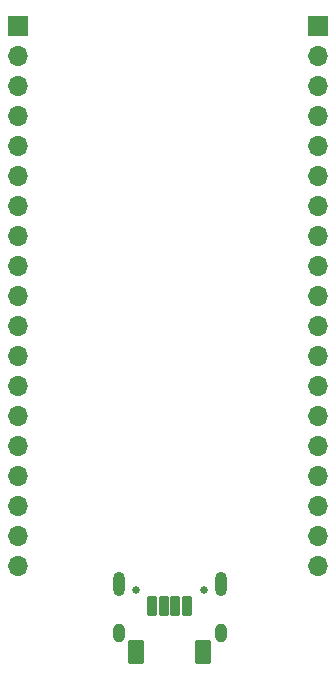
<source format=gbr>
%TF.GenerationSoftware,KiCad,Pcbnew,7.0.6-0*%
%TF.CreationDate,2024-01-10T12:45:23-06:00*%
%TF.ProjectId,ESP32_DevKit,45535033-325f-4446-9576-4b69742e6b69,rev?*%
%TF.SameCoordinates,Original*%
%TF.FileFunction,Soldermask,Bot*%
%TF.FilePolarity,Negative*%
%FSLAX46Y46*%
G04 Gerber Fmt 4.6, Leading zero omitted, Abs format (unit mm)*
G04 Created by KiCad (PCBNEW 7.0.6-0) date 2024-01-10 12:45:23*
%MOMM*%
%LPD*%
G01*
G04 APERTURE LIST*
G04 Aperture macros list*
%AMRoundRect*
0 Rectangle with rounded corners*
0 $1 Rounding radius*
0 $2 $3 $4 $5 $6 $7 $8 $9 X,Y pos of 4 corners*
0 Add a 4 corners polygon primitive as box body*
4,1,4,$2,$3,$4,$5,$6,$7,$8,$9,$2,$3,0*
0 Add four circle primitives for the rounded corners*
1,1,$1+$1,$2,$3*
1,1,$1+$1,$4,$5*
1,1,$1+$1,$6,$7*
1,1,$1+$1,$8,$9*
0 Add four rect primitives between the rounded corners*
20,1,$1+$1,$2,$3,$4,$5,0*
20,1,$1+$1,$4,$5,$6,$7,0*
20,1,$1+$1,$6,$7,$8,$9,0*
20,1,$1+$1,$8,$9,$2,$3,0*%
G04 Aperture macros list end*
%ADD10C,0.650000*%
%ADD11O,1.000000X2.100000*%
%ADD12O,1.000000X1.600000*%
%ADD13R,1.700000X1.700000*%
%ADD14O,1.700000X1.700000*%
%ADD15RoundRect,0.102000X0.300000X0.775000X-0.300000X0.775000X-0.300000X-0.775000X0.300000X-0.775000X0*%
%ADD16RoundRect,0.102000X-0.600000X-0.900000X0.600000X-0.900000X0.600000X0.900000X-0.600000X0.900000X0*%
G04 APERTURE END LIST*
D10*
%TO.C,P1*%
X187780000Y-98210000D03*
X193560000Y-98210000D03*
D11*
X186350000Y-97710000D03*
D12*
X186350000Y-101890000D03*
D11*
X194990000Y-97710000D03*
D12*
X194990000Y-101890000D03*
%TD*%
D13*
%TO.C,J3*%
X203200000Y-50520000D03*
D14*
X203200000Y-53060000D03*
X203200000Y-55600000D03*
X203200000Y-58140000D03*
X203200000Y-60680000D03*
X203200000Y-63220000D03*
X203200000Y-65760000D03*
X203200000Y-68300000D03*
X203200000Y-70840000D03*
X203200000Y-73380000D03*
X203200000Y-75920000D03*
X203200000Y-78460000D03*
X203200000Y-81000000D03*
X203200000Y-83540000D03*
X203200000Y-86080000D03*
X203200000Y-88620000D03*
X203200000Y-91160000D03*
X203200000Y-93700000D03*
X203200000Y-96240000D03*
%TD*%
D15*
%TO.C,J1*%
X192120000Y-99620000D03*
X191120000Y-99620000D03*
X190120000Y-99620000D03*
X189120000Y-99620000D03*
D16*
X193420000Y-103495000D03*
X187820000Y-103495000D03*
%TD*%
D13*
%TO.C,J2*%
X177800000Y-50520000D03*
D14*
X177800000Y-53060000D03*
X177800000Y-55600000D03*
X177800000Y-58140000D03*
X177800000Y-60680000D03*
X177800000Y-63220000D03*
X177800000Y-65760000D03*
X177800000Y-68300000D03*
X177800000Y-70840000D03*
X177800000Y-73380000D03*
X177800000Y-75920000D03*
X177800000Y-78460000D03*
X177800000Y-81000000D03*
X177800000Y-83540000D03*
X177800000Y-86080000D03*
X177800000Y-88620000D03*
X177800000Y-91160000D03*
X177800000Y-93700000D03*
X177800000Y-96240000D03*
%TD*%
M02*

</source>
